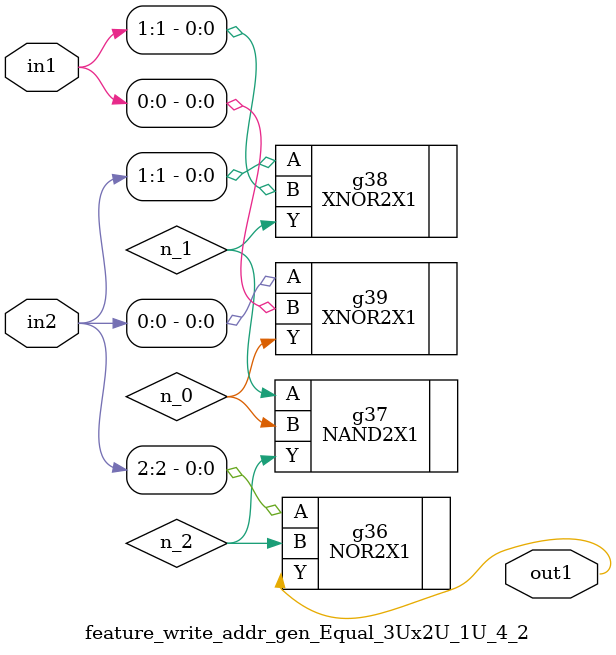
<source format=v>
`timescale 1ps / 1ps


module feature_write_addr_gen_Equal_3Ux2U_1U_4_2(in2, in1, out1);
  input [2:0] in2;
  input [1:0] in1;
  output out1;
  wire [2:0] in2;
  wire [1:0] in1;
  wire out1;
  wire n_0, n_1, n_2;
  NOR2X1 g36(.A (in2[2]), .B (n_2), .Y (out1));
  NAND2X1 g37(.A (n_1), .B (n_0), .Y (n_2));
  XNOR2X1 g38(.A (in2[1]), .B (in1[1]), .Y (n_1));
  XNOR2X1 g39(.A (in2[0]), .B (in1[0]), .Y (n_0));
endmodule



</source>
